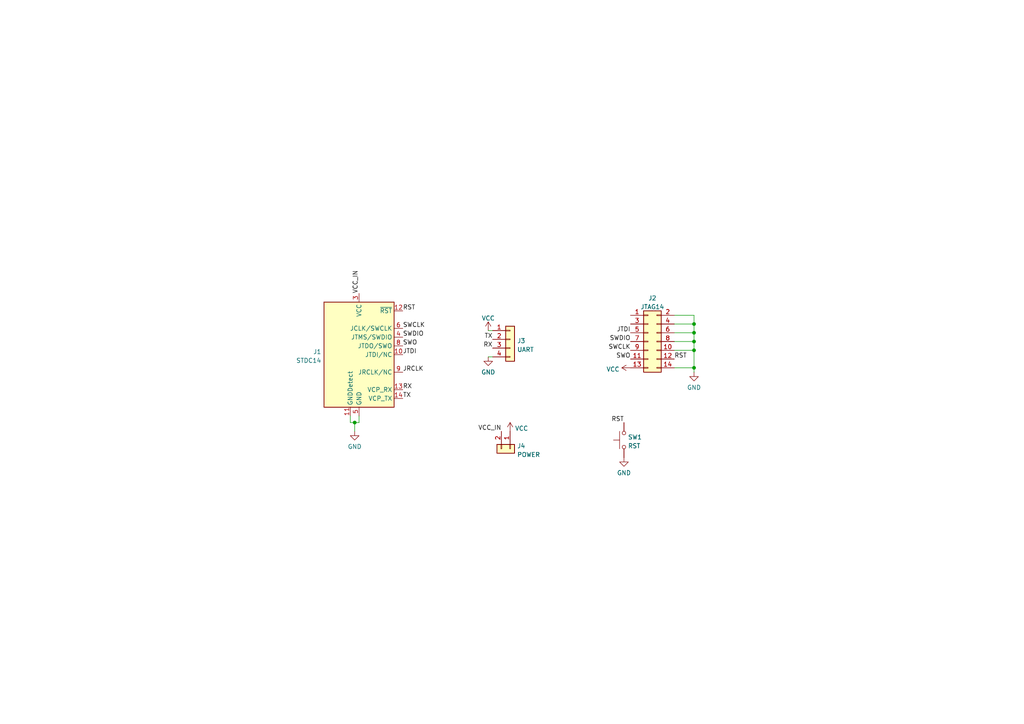
<source format=kicad_sch>
(kicad_sch (version 20211123) (generator eeschema)
  (paper "A4")
  (lib_symbols
    (symbol "Connector:Conn_ST_STDC14"
      (property "Reference" "J" (at -8.89 16.51 0))
      (property "Value" "Conn_ST_STDC14" (at 17.78 16.51 0))
      (symbol "Conn_ST_STDC14_0_1"
        (rectangle (start -10.16 15.24) (end 10.16 -15.24) (stroke (width 0.254)) (fill (type background)))
      )
      (symbol "Conn_ST_STDC14_1_1"
        (pin no_connect line (at -10.16 5.08 0) (length 2.54) hide (name "NC") (number "1"))
        (pin output line (at 12.7 0 180) (length 2.54) (name "JTDI/NC") (number "10"))
        (pin passive line (at -2.54 -17.78 90) (length 2.54) (name "GNDDetect") (number "11"))
        (pin open_collector line (at 12.7 12.7 180) (length 2.54) (name "~{RST}") (number "12"))
        (pin output line (at 12.7 -10.16 180) (length 2.54) (name "VCP_RX") (number "13"))
        (pin input line (at 12.7 -12.7 180) (length 2.54) (name "VCP_TX") (number "14"))
        (pin no_connect line (at -10.16 2.54 0) (length 2.54) hide (name "NC") (number "2"))
        (pin power_in line (at 0 17.78 270) (length 2.54) (name "VCC") (number "3"))
        (pin bidirectional line (at 12.7 5.08 180) (length 2.54) (name "JTMS/SWDIO") (number "4"))
        (pin power_in line (at 0 -17.78 90) (length 2.54) (name "GND") (number "5"))
        (pin output line (at 12.7 7.62 180) (length 2.54) (name "JCLK/SWCLK") (number "6"))
        (pin passive line (at 0 -17.78 90) (length 2.54) hide (name "GND") (number "7"))
        (pin input line (at 12.7 2.54 180) (length 2.54) (name "JTDO/SWO") (number "8"))
        (pin input line (at 12.7 -5.08 180) (length 2.54) (name "JRCLK/NC") (number "9"))
      )
    )
    (symbol "Connector_Generic:Conn_01x02" (pin_names (offset 1.016) hide)
      (property "Reference" "J" (at 0 2.54 0))
      (property "Value" "Conn_01x02" (at 0 -5.08 0))
      (symbol "Conn_01x02_1_1"
        (rectangle (start -1.27 -2.413) (end 0 -2.667) (stroke (width 0.1524)))
        (rectangle (start -1.27 0.127) (end 0 -0.127) (stroke (width 0.1524)))
        (rectangle (start -1.27 1.27) (end 1.27 -3.81) (stroke (width 0.254)) (fill (type background)))
        (pin passive line (at -5.08 0 0) (length 3.81) (name "Pin_1") (number "1"))
        (pin passive line (at -5.08 -2.54 0) (length 3.81) (name "Pin_2") (number "2"))
      )
    )
    (symbol "Connector_Generic:Conn_01x04" (pin_names (offset 1.016) hide)
      (property "Reference" "J" (at 0 5.08 0))
      (property "Value" "Conn_01x04" (at 0 -7.62 0))
      (symbol "Conn_01x04_1_1"
        (rectangle (start -1.27 -4.953) (end 0 -5.207) (stroke (width 0.1524)))
        (rectangle (start -1.27 -2.413) (end 0 -2.667) (stroke (width 0.1524)))
        (rectangle (start -1.27 0.127) (end 0 -0.127) (stroke (width 0.1524)))
        (rectangle (start -1.27 2.667) (end 0 2.413) (stroke (width 0.1524)))
        (rectangle (start -1.27 3.81) (end 1.27 -6.35) (stroke (width 0.254)) (fill (type background)))
        (pin passive line (at -5.08 2.54 0) (length 3.81) (name "Pin_1") (number "1"))
        (pin passive line (at -5.08 0 0) (length 3.81) (name "Pin_2") (number "2"))
        (pin passive line (at -5.08 -2.54 0) (length 3.81) (name "Pin_3") (number "3"))
        (pin passive line (at -5.08 -5.08 0) (length 3.81) (name "Pin_4") (number "4"))
      )
    )
    (symbol "Connector_Generic:Conn_02x07_Odd_Even" (pin_names (offset 1.016) hide)
      (property "Reference" "J" (at 1.27 10.16 0))
      (property "Value" "Conn_02x07_Odd_Even" (at 1.27 -10.16 0))
      (symbol "Conn_02x07_Odd_Even_1_1"
        (rectangle (start -1.27 -7.493) (end 0 -7.747) (stroke (width 0.1524)))
        (rectangle (start -1.27 -4.953) (end 0 -5.207) (stroke (width 0.1524)))
        (rectangle (start -1.27 -2.413) (end 0 -2.667) (stroke (width 0.1524)))
        (rectangle (start -1.27 0.127) (end 0 -0.127) (stroke (width 0.1524)))
        (rectangle (start -1.27 2.667) (end 0 2.413) (stroke (width 0.1524)))
        (rectangle (start -1.27 5.207) (end 0 4.953) (stroke (width 0.1524)))
        (rectangle (start -1.27 7.747) (end 0 7.493) (stroke (width 0.1524)))
        (rectangle (start -1.27 8.89) (end 3.81 -8.89) (stroke (width 0.254)) (fill (type background)))
        (rectangle (start 3.81 -7.493) (end 2.54 -7.747) (stroke (width 0.1524)))
        (rectangle (start 3.81 -4.953) (end 2.54 -5.207) (stroke (width 0.1524)))
        (rectangle (start 3.81 -2.413) (end 2.54 -2.667) (stroke (width 0.1524)))
        (rectangle (start 3.81 0.127) (end 2.54 -0.127) (stroke (width 0.1524)))
        (rectangle (start 3.81 2.667) (end 2.54 2.413) (stroke (width 0.1524)))
        (rectangle (start 3.81 5.207) (end 2.54 4.953) (stroke (width 0.1524)))
        (rectangle (start 3.81 7.747) (end 2.54 7.493) (stroke (width 0.1524)))
        (pin passive line (at -5.08 7.62 0) (length 3.81) (name "Pin_1") (number "1"))
        (pin passive line (at 7.62 -2.54 180) (length 3.81) (name "Pin_10") (number "10"))
        (pin passive line (at -5.08 -5.08 0) (length 3.81) (name "Pin_11") (number "11"))
        (pin passive line (at 7.62 -5.08 180) (length 3.81) (name "Pin_12") (number "12"))
        (pin passive line (at -5.08 -7.62 0) (length 3.81) (name "Pin_13") (number "13"))
        (pin passive line (at 7.62 -7.62 180) (length 3.81) (name "Pin_14") (number "14"))
        (pin passive line (at 7.62 7.62 180) (length 3.81) (name "Pin_2") (number "2"))
        (pin passive line (at -5.08 5.08 0) (length 3.81) (name "Pin_3") (number "3"))
        (pin passive line (at 7.62 5.08 180) (length 3.81) (name "Pin_4") (number "4"))
        (pin passive line (at -5.08 2.54 0) (length 3.81) (name "Pin_5") (number "5"))
        (pin passive line (at 7.62 2.54 180) (length 3.81) (name "Pin_6") (number "6"))
        (pin passive line (at -5.08 0 0) (length 3.81) (name "Pin_7") (number "7"))
        (pin passive line (at 7.62 0 180) (length 3.81) (name "Pin_8") (number "8"))
        (pin passive line (at -5.08 -2.54 0) (length 3.81) (name "Pin_9") (number "9"))
      )
    )
    (symbol "Switch:SW_Push" (pin_numbers hide) (pin_names (offset 1.016) hide)
      (property "Reference" "SW" (at 1.27 2.54 0))
      (property "Value" "SW_Push" (at 0 -1.524 0))
      (symbol "SW_Push_0_1"
        (circle (center -2.032 0) (radius 0.508))
        (polyline (pts (xy 0 1.27) (xy 0 3.048)))
        (polyline (pts (xy 2.54 1.27) (xy -2.54 1.27)))
        (circle (center 2.032 0) (radius 0.508))
        (pin passive line (at -5.08 0 0) (length 2.54) (name "1") (number "1"))
        (pin passive line (at 5.08 0 180) (length 2.54) (name "2") (number "2"))
      )
    )
    (symbol "power:GND" (power) (pin_names (offset 0))
      (property "Value" "GND" (at 0 -3.81 0))
      (symbol "GND_0_1"
        (polyline (pts (xy 0 0) (xy 0 -1.27) (xy 1.27 -1.27) (xy 0 -2.54) (xy -1.27 -1.27) (xy 0 -1.27)))
      )
      (symbol "GND_1_1"
        (pin power_in line (at 0 0 270) (length 0) hide (name "GND") (number "1"))
      )
    )
    (symbol "power:VCC" (power) (pin_names (offset 0))
      (property "Value" "VCC" (at 0 3.81 0))
      (symbol "VCC_0_1"
        (polyline (pts (xy -0.762 1.27) (xy 0 2.54)))
        (polyline (pts (xy 0 0) (xy 0 2.54)))
        (polyline (pts (xy 0 2.54) (xy 0.762 1.27)))
      )
      (symbol "VCC_1_1"
        (pin power_in line (at 0 0 90) (length 0) hide (name "VCC") (number "1"))
      )
    )
  )
  (junction (at 201.295 99.06))
  (junction (at 201.295 106.68))
  (junction (at 201.295 101.6))
  (junction (at 102.87 122.555))
  (junction (at 201.295 93.98))
  (junction (at 201.295 96.52))
  (wire (pts (xy 195.58 96.52) (xy 201.295 96.52)))
  (wire (pts (xy 102.87 122.555) (xy 102.87 125.095)))
  (wire (pts (xy 101.6 122.555) (xy 102.87 122.555)))
  (wire (pts (xy 104.14 122.555) (xy 102.87 122.555)))
  (wire (pts (xy 141.605 103.505) (xy 142.875 103.505)))
  (wire (pts (xy 195.58 101.6) (xy 201.295 101.6)))
  (wire (pts (xy 141.605 95.885) (xy 142.875 95.885)))
  (wire (pts (xy 201.295 91.44) (xy 201.295 93.98)))
  (wire (pts (xy 201.295 99.06) (xy 201.295 101.6)))
  (wire (pts (xy 201.295 106.68) (xy 201.295 107.95)))
  (wire (pts (xy 201.295 96.52) (xy 201.295 99.06)))
  (wire (pts (xy 195.58 93.98) (xy 201.295 93.98)))
  (wire (pts (xy 104.14 120.65) (xy 104.14 122.555)))
  (wire (pts (xy 195.58 99.06) (xy 201.295 99.06)))
  (wire (pts (xy 195.58 91.44) (xy 201.295 91.44)))
  (wire (pts (xy 201.295 93.98) (xy 201.295 96.52)))
  (wire (pts (xy 101.6 120.65) (xy 101.6 122.555)))
  (wire (pts (xy 195.58 106.68) (xy 201.295 106.68)))
  (wire (pts (xy 201.295 101.6) (xy 201.295 106.68)))
  (label "JTDI" (at 116.84 102.87 0))
  (label "VCC_IN" (at 145.415 125.095 180))
  (label "RX" (at 116.84 113.03 0))
  (label "JTDI" (at 182.88 96.52 180))
  (label "VCC_IN" (at 104.14 85.09 90))
  (label "SWCLK" (at 116.84 95.25 0))
  (label "SWDIO" (at 182.88 99.06 180))
  (label "SWDIO" (at 116.84 97.79 0))
  (label "RST" (at 116.84 90.17 0))
  (label "RX" (at 142.875 100.965 180))
  (label "JRCLK" (at 116.84 107.95 0))
  (label "RST" (at 180.975 122.555 180))
  (label "SWO" (at 116.84 100.33 0))
  (label "SWO" (at 182.88 104.14 180))
  (label "SWCLK" (at 182.88 101.6 180))
  (label "RST" (at 195.58 104.14 0))
  (label "TX" (at 142.875 98.425 180))
  (label "TX" (at 116.84 115.57 0))
  (symbol (lib_id "power:GND") (at 180.975 132.715 0) (unit 1)
    (property "Reference" "#PWR0102" (effects hide))
    (property "Value" "GND" (at 180.975 137.1584 0))
  )
  (symbol (lib_id "power:GND") (at 141.605 103.505 0) (unit 1)
    (property "Reference" "#PWR0104" (effects hide))
    (property "Value" "GND" (at 141.605 107.9484 0))
  )
  (symbol (lib_id "power:VCC") (at 141.605 95.885 0) (unit 1)
    (property "Reference" "#PWR0106" (effects hide))
    (property "Value" "VCC" (at 141.605 92.3092 0))
  )
  (symbol (lib_id "Connector_Generic:Conn_01x04") (at 147.955 98.425 0) (unit 1)
    (property "Reference" "J3" (at 149.987 98.8603 0) (effects (justify left)))
    (property "Value" "UART" (at 149.987 101.3972 0) (effects (justify left)))
    (property "Footprint" "Connector_PinSocket_2.54mm:PinSocket_1x04_P2.54mm_Vertical" (effects hide))
  )
  (symbol (lib_id "power:VCC") (at 182.88 106.68 90) (unit 1)
    (property "Reference" "#PWR0103" (effects hide))
    (property "Value" "VCC" (at 179.705 107.1138 90) (effects (justify left)))
  )
  (symbol (lib_id "Connector:Conn_ST_STDC14") (at 104.14 102.87 0) (unit 1)
    (property "Reference" "J1" (at 93.218 102.0353 0) (effects (justify right)))
    (property "Value" "STDC14" (at 93.218 104.5722 0) (effects (justify right)))
    (property "Footprint" "Connector_PinSocket_2.54mm:PinSocket_1x04_P2.54mm_Vertical" (effects hide))
    (property "Datasheet" "https://www.st.com/content/ccc/resource/technical/document/user_manual/group1/99/49/91/b6/b2/3a/46/e5/DM00526767/files/DM00526767.pdf/jcr:content/translations/en.DM00526767.pdf" (effects hide))
  )
  (symbol (lib_id "Connector_Generic:Conn_01x02") (at 147.955 130.175 270) (unit 1)
    (property "Reference" "J4" (at 149.987 129.3403 90) (effects (justify left)))
    (property "Value" "POWER" (at 149.987 131.8772 90) (effects (justify left)))
    (property "Footprint" "Connector_PinHeader_2.54mm:PinHeader_1x02_P2.54mm_Vertical" (effects hide))
  )
  (symbol (lib_id "power:VCC") (at 147.955 125.095 0) (unit 1)
    (property "Reference" "#PWR0107" (effects hide))
    (property "Value" "VCC" (at 149.352 124.2588 0) (effects (justify left)))
  )
  (symbol (lib_id "Switch:SW_Push") (at 180.975 127.635 90) (unit 1)
    (property "Reference" "SW1" (at 182.118 126.8003 90) (effects (justify right)))
    (property "Value" "RST" (at 182.118 129.3372 90) (effects (justify right)))
    (property "Footprint" "Button_Switch_THT:SW_PUSH_6mm" (effects hide))
  )
  (symbol (lib_id "Connector_Generic:Conn_02x07_Odd_Even") (at 187.96 99.06 0) (unit 1)
    (property "Reference" "J2" (at 189.23 86.4702 0))
    (property "Value" "JTAG14" (at 189.23 89.0071 0))
    (property "Footprint" "Connector_IDC:IDC-Header_2x07_P2.54mm_Vertical" (effects hide))
  )
  (symbol (lib_id "power:GND") (at 201.295 107.95 0) (unit 1)
    (property "Reference" "#PWR0105" (effects hide))
    (property "Value" "GND" (at 201.295 112.3934 0))
  )
  (symbol (lib_id "power:GND") (at 102.87 125.095 0) (unit 1)
    (property "Reference" "#PWR0101" (effects hide))
    (property "Value" "GND" (at 102.87 129.5384 0))
  )
)
</source>
